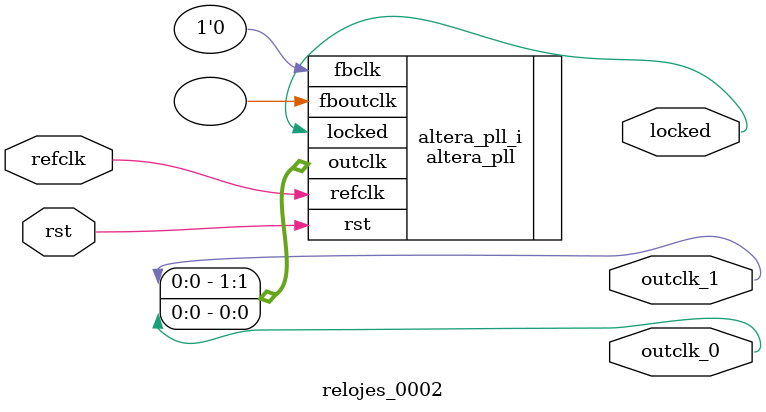
<source format=v>
`timescale 1ns/10ps
module  relojes_0002(

	// interface 'refclk'
	input wire refclk,

	// interface 'reset'
	input wire rst,

	// interface 'outclk0'
	output wire outclk_0,

	// interface 'outclk1'
	output wire outclk_1,

	// interface 'locked'
	output wire locked
);

	altera_pll #(
		.fractional_vco_multiplier("false"),
		.reference_clock_frequency("50.0 MHz"),
		.operation_mode("direct"),
		.number_of_clocks(2),
		.output_clock_frequency0("28.000000 MHz"),
		.phase_shift0("0 ps"),
		.duty_cycle0(50),
		.output_clock_frequency1("112.000000 MHz"),
		.phase_shift1("0 ps"),
		.duty_cycle1(50),
		.output_clock_frequency2("0 MHz"),
		.phase_shift2("0 ps"),
		.duty_cycle2(50),
		.output_clock_frequency3("0 MHz"),
		.phase_shift3("0 ps"),
		.duty_cycle3(50),
		.output_clock_frequency4("0 MHz"),
		.phase_shift4("0 ps"),
		.duty_cycle4(50),
		.output_clock_frequency5("0 MHz"),
		.phase_shift5("0 ps"),
		.duty_cycle5(50),
		.output_clock_frequency6("0 MHz"),
		.phase_shift6("0 ps"),
		.duty_cycle6(50),
		.output_clock_frequency7("0 MHz"),
		.phase_shift7("0 ps"),
		.duty_cycle7(50),
		.output_clock_frequency8("0 MHz"),
		.phase_shift8("0 ps"),
		.duty_cycle8(50),
		.output_clock_frequency9("0 MHz"),
		.phase_shift9("0 ps"),
		.duty_cycle9(50),
		.output_clock_frequency10("0 MHz"),
		.phase_shift10("0 ps"),
		.duty_cycle10(50),
		.output_clock_frequency11("0 MHz"),
		.phase_shift11("0 ps"),
		.duty_cycle11(50),
		.output_clock_frequency12("0 MHz"),
		.phase_shift12("0 ps"),
		.duty_cycle12(50),
		.output_clock_frequency13("0 MHz"),
		.phase_shift13("0 ps"),
		.duty_cycle13(50),
		.output_clock_frequency14("0 MHz"),
		.phase_shift14("0 ps"),
		.duty_cycle14(50),
		.output_clock_frequency15("0 MHz"),
		.phase_shift15("0 ps"),
		.duty_cycle15(50),
		.output_clock_frequency16("0 MHz"),
		.phase_shift16("0 ps"),
		.duty_cycle16(50),
		.output_clock_frequency17("0 MHz"),
		.phase_shift17("0 ps"),
		.duty_cycle17(50),
		.pll_type("General"),
		.pll_subtype("General")
	) altera_pll_i (
		.rst	(rst),
		.outclk	({outclk_1, outclk_0}),
		.locked	(locked),
		.fboutclk	( ),
		.fbclk	(1'b0),
		.refclk	(refclk)
	);
endmodule


</source>
